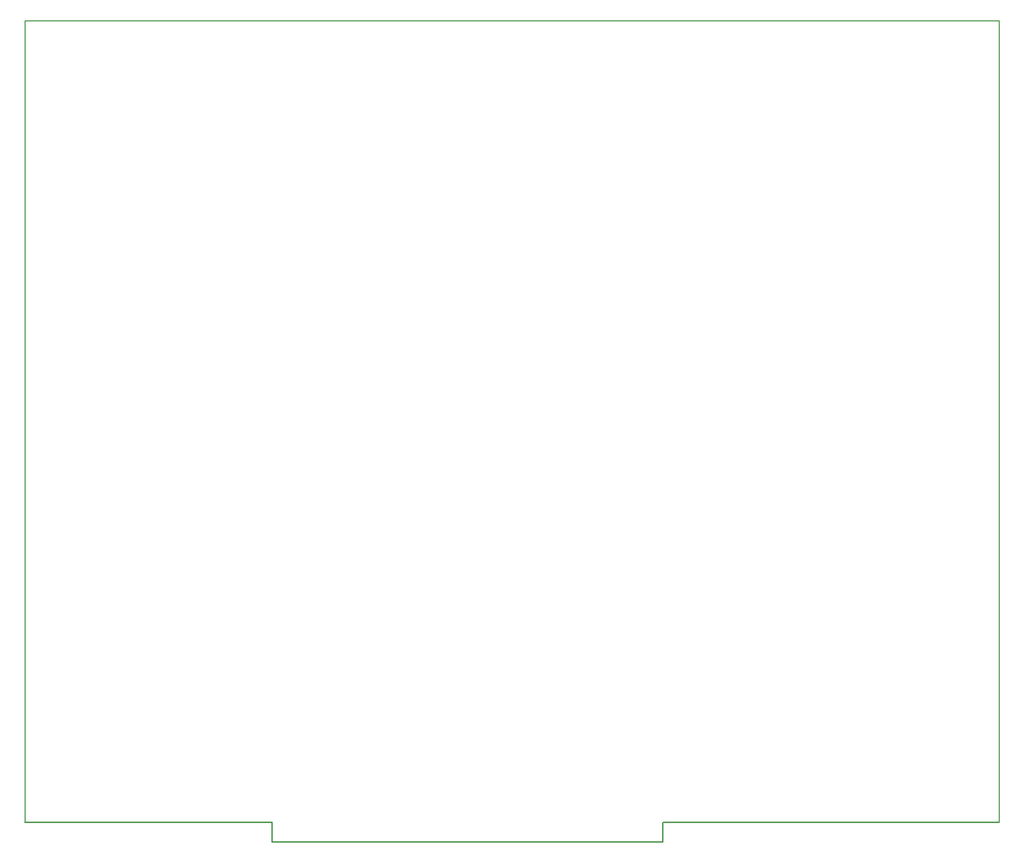
<source format=gm1>
G04 Layer_Color=16711935*
%FSLAX42Y42*%
%MOMM*%
G71*
G01*
G75*
%ADD11C,0.30*%
%ADD21C,0.25*%
D11*
X10Y470D02*
X5970D01*
X15392Y457D02*
X15405Y470D01*
X23500D01*
X5969Y0D02*
Y457D01*
Y0D02*
X15392D01*
Y457D01*
D21*
X10Y467D02*
Y19822D01*
X23500Y470D02*
Y19822D01*
X10D02*
X23500D01*
M02*

</source>
